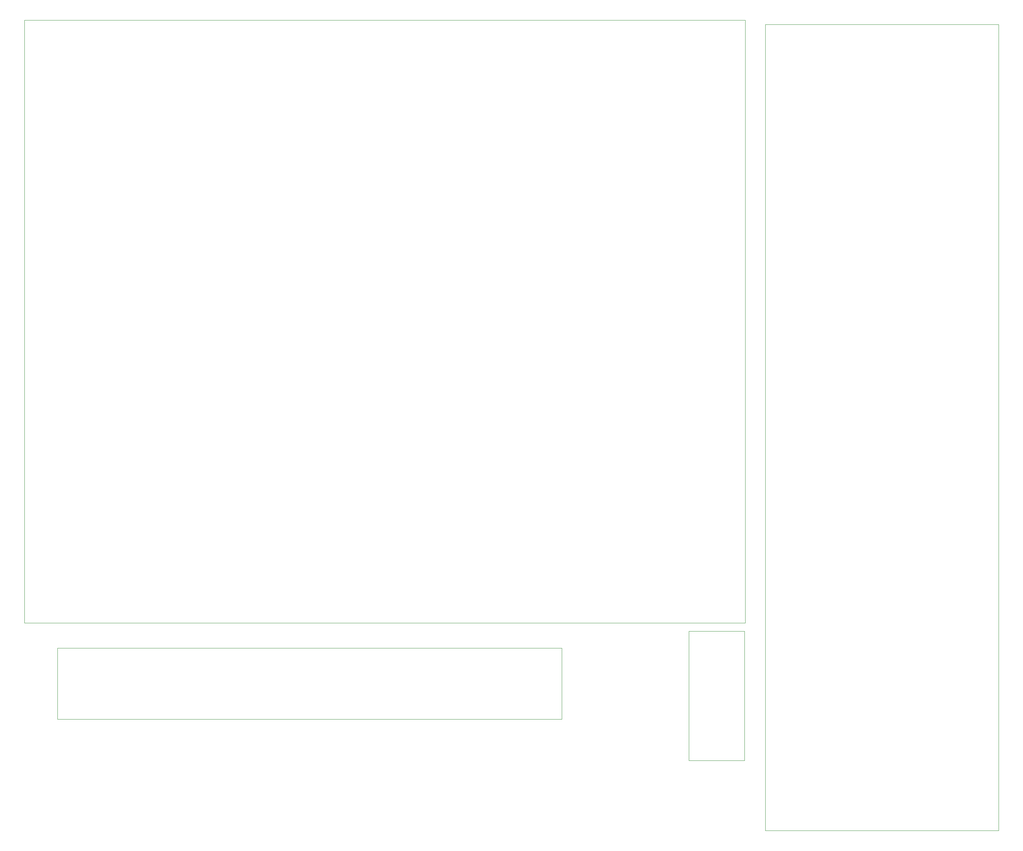
<source format=gbr>
%TF.GenerationSoftware,KiCad,Pcbnew,5.1.7-a382d34a8~88~ubuntu20.04.1*%
%TF.CreationDate,2021-05-08T15:19:39+02:00*%
%TF.ProjectId,OpenCelluloid,4f70656e-4365-46c6-9c75-6c6f69642e6b,rev?*%
%TF.SameCoordinates,Original*%
%TF.FileFunction,Profile,NP*%
%FSLAX46Y46*%
G04 Gerber Fmt 4.6, Leading zero omitted, Abs format (unit mm)*
G04 Created by KiCad (PCBNEW 5.1.7-a382d34a8~88~ubuntu20.04.1) date 2021-05-08 15:19:39*
%MOMM*%
%LPD*%
G01*
G04 APERTURE LIST*
%TA.AperFunction,Profile*%
%ADD10C,0.050000*%
%TD*%
G04 APERTURE END LIST*
D10*
X359800000Y-274500000D02*
X346700000Y-274500000D01*
X346700000Y-244000000D02*
X346700000Y-274500000D01*
X359800000Y-244000000D02*
X359800000Y-274500000D01*
X197750000Y-248000000D02*
X316750000Y-248000000D01*
X197750000Y-264750000D02*
X197750000Y-248000000D01*
X316750000Y-264750000D02*
X197750000Y-264750000D01*
X316750000Y-248000000D02*
X316750000Y-264750000D01*
X360000000Y-100000000D02*
X190000000Y-100000000D01*
X360000000Y-242000000D02*
X360000000Y-100000000D01*
X190000000Y-242000000D02*
X190000000Y-100000000D01*
X360000000Y-242000000D02*
X190000000Y-242000000D01*
X346700000Y-244000000D02*
X359800000Y-244000000D01*
X364750000Y-291000000D02*
X364750000Y-101000000D01*
X419750000Y-291000000D02*
X364750000Y-291000000D01*
X419750000Y-101000000D02*
X419750000Y-291000000D01*
X364750000Y-101000000D02*
X419750000Y-101000000D01*
M02*

</source>
